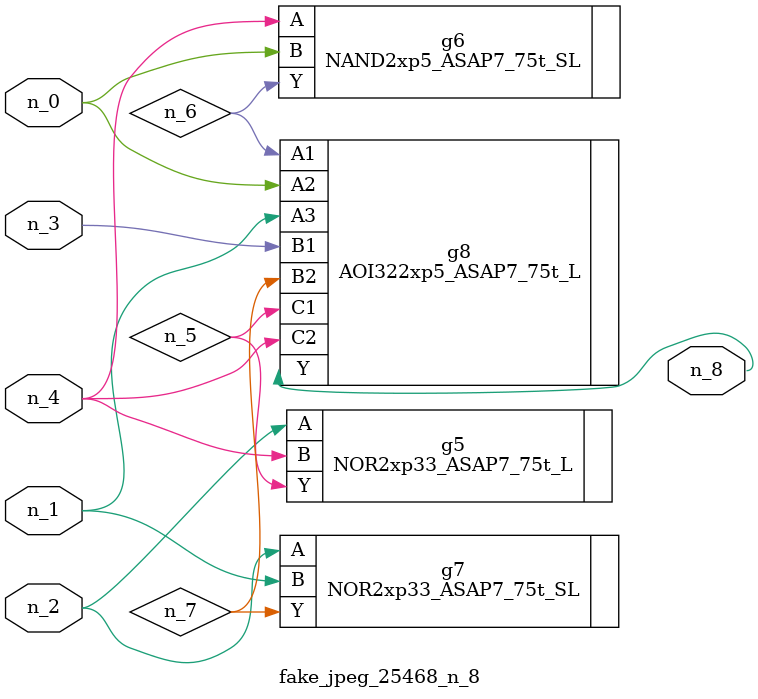
<source format=v>
module fake_jpeg_25468_n_8 (n_3, n_2, n_1, n_0, n_4, n_8);

input n_3;
input n_2;
input n_1;
input n_0;
input n_4;

output n_8;

wire n_6;
wire n_5;
wire n_7;

NOR2xp33_ASAP7_75t_L g5 ( 
.A(n_2),
.B(n_4),
.Y(n_5)
);

NAND2xp5_ASAP7_75t_SL g6 ( 
.A(n_4),
.B(n_0),
.Y(n_6)
);

NOR2xp33_ASAP7_75t_SL g7 ( 
.A(n_2),
.B(n_1),
.Y(n_7)
);

AOI322xp5_ASAP7_75t_L g8 ( 
.A1(n_6),
.A2(n_0),
.A3(n_1),
.B1(n_3),
.B2(n_7),
.C1(n_5),
.C2(n_4),
.Y(n_8)
);


endmodule
</source>
